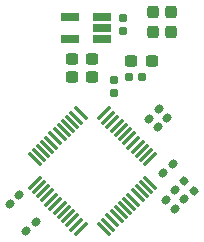
<source format=gbr>
%TF.GenerationSoftware,KiCad,Pcbnew,(6.0.0-0)*%
%TF.CreationDate,2022-01-12T16:50:32+09:00*%
%TF.ProjectId,ADAU1701-RPPico-module,41444155-3137-4303-912d-52505069636f,B*%
%TF.SameCoordinates,Original*%
%TF.FileFunction,Paste,Top*%
%TF.FilePolarity,Positive*%
%FSLAX46Y46*%
G04 Gerber Fmt 4.6, Leading zero omitted, Abs format (unit mm)*
G04 Created by KiCad (PCBNEW (6.0.0-0)) date 2022-01-12 16:50:32*
%MOMM*%
%LPD*%
G01*
G04 APERTURE LIST*
G04 Aperture macros list*
%AMRoundRect*
0 Rectangle with rounded corners*
0 $1 Rounding radius*
0 $2 $3 $4 $5 $6 $7 $8 $9 X,Y pos of 4 corners*
0 Add a 4 corners polygon primitive as box body*
4,1,4,$2,$3,$4,$5,$6,$7,$8,$9,$2,$3,0*
0 Add four circle primitives for the rounded corners*
1,1,$1+$1,$2,$3*
1,1,$1+$1,$4,$5*
1,1,$1+$1,$6,$7*
1,1,$1+$1,$8,$9*
0 Add four rect primitives between the rounded corners*
20,1,$1+$1,$2,$3,$4,$5,0*
20,1,$1+$1,$4,$5,$6,$7,0*
20,1,$1+$1,$6,$7,$8,$9,0*
20,1,$1+$1,$8,$9,$2,$3,0*%
G04 Aperture macros list end*
%ADD10RoundRect,0.237500X0.300000X0.237500X-0.300000X0.237500X-0.300000X-0.237500X0.300000X-0.237500X0*%
%ADD11RoundRect,0.155000X-0.155000X0.212500X-0.155000X-0.212500X0.155000X-0.212500X0.155000X0.212500X0*%
%ADD12RoundRect,0.237500X-0.237500X0.300000X-0.237500X-0.300000X0.237500X-0.300000X0.237500X0.300000X0*%
%ADD13RoundRect,0.075000X-0.521491X0.415425X0.415425X-0.521491X0.521491X-0.415425X-0.415425X0.521491X0*%
%ADD14RoundRect,0.075000X-0.521491X-0.415425X-0.415425X-0.521491X0.521491X0.415425X0.415425X0.521491X0*%
%ADD15RoundRect,0.155000X0.040659X0.259862X-0.259862X-0.040659X-0.040659X-0.259862X0.259862X0.040659X0*%
%ADD16RoundRect,0.155000X0.155000X-0.212500X0.155000X0.212500X-0.155000X0.212500X-0.155000X-0.212500X0*%
%ADD17R,1.560000X0.650000*%
%ADD18RoundRect,0.155000X-0.040659X-0.259862X0.259862X0.040659X0.040659X0.259862X-0.259862X-0.040659X0*%
%ADD19RoundRect,0.237500X-0.300000X-0.237500X0.300000X-0.237500X0.300000X0.237500X-0.300000X0.237500X0*%
%ADD20RoundRect,0.160000X-0.252791X0.026517X0.026517X-0.252791X0.252791X-0.026517X-0.026517X0.252791X0*%
%ADD21RoundRect,0.155000X0.212500X0.155000X-0.212500X0.155000X-0.212500X-0.155000X0.212500X-0.155000X0*%
G04 APERTURE END LIST*
D10*
%TO.C,C11*%
X137362500Y-63800000D03*
X135637500Y-63800000D03*
%TD*%
D11*
%TO.C,C18*%
X140000000Y-58800000D03*
X140000000Y-59935000D03*
%TD*%
D12*
%TO.C,C6*%
X144100000Y-58337500D03*
X144100000Y-60062500D03*
%TD*%
D13*
%TO.C,U1*%
X136401212Y-66912124D03*
X136047658Y-67265678D03*
X135694105Y-67619231D03*
X135340551Y-67972785D03*
X134986998Y-68326338D03*
X134633445Y-68679891D03*
X134279891Y-69033445D03*
X133926338Y-69386998D03*
X133572785Y-69740551D03*
X133219231Y-70094105D03*
X132865678Y-70447658D03*
X132512124Y-70801212D03*
D14*
X132512124Y-72798788D03*
X132865678Y-73152342D03*
X133219231Y-73505895D03*
X133572785Y-73859449D03*
X133926338Y-74213002D03*
X134279891Y-74566555D03*
X134633445Y-74920109D03*
X134986998Y-75273662D03*
X135340551Y-75627215D03*
X135694105Y-75980769D03*
X136047658Y-76334322D03*
X136401212Y-76687876D03*
D13*
X138398788Y-76687876D03*
X138752342Y-76334322D03*
X139105895Y-75980769D03*
X139459449Y-75627215D03*
X139813002Y-75273662D03*
X140166555Y-74920109D03*
X140520109Y-74566555D03*
X140873662Y-74213002D03*
X141227215Y-73859449D03*
X141580769Y-73505895D03*
X141934322Y-73152342D03*
X142287876Y-72798788D03*
D14*
X142287876Y-70801212D03*
X141934322Y-70447658D03*
X141580769Y-70094105D03*
X141227215Y-69740551D03*
X140873662Y-69386998D03*
X140520109Y-69033445D03*
X140166555Y-68679891D03*
X139813002Y-68326338D03*
X139459449Y-67972785D03*
X139105895Y-67619231D03*
X138752342Y-67265678D03*
X138398788Y-66912124D03*
%TD*%
D15*
%TO.C,C16*%
X143730883Y-67279117D03*
X142928317Y-68081683D03*
%TD*%
D12*
%TO.C,C5*%
X142494000Y-58337500D03*
X142494000Y-60062500D03*
%TD*%
D16*
%TO.C,C9*%
X139200000Y-65200000D03*
X139200000Y-64065000D03*
%TD*%
D10*
%TO.C,C3*%
X142425000Y-62500000D03*
X140700000Y-62500000D03*
%TD*%
D17*
%TO.C,U2*%
X138250000Y-60650000D03*
X138250000Y-59700000D03*
X138250000Y-58750000D03*
X135550000Y-58750000D03*
X135550000Y-60650000D03*
%TD*%
D18*
%TO.C,C7*%
X144201283Y-71198717D03*
X143398717Y-72001283D03*
%TD*%
D15*
%TO.C,C8*%
X132601283Y-76098717D03*
X131798717Y-76901283D03*
%TD*%
D18*
%TO.C,C12*%
X130408717Y-74602566D03*
X131211283Y-73800000D03*
%TD*%
%TO.C,C2*%
X143608717Y-74221283D03*
X144411283Y-73418717D03*
%TD*%
D19*
%TO.C,C19*%
X135637500Y-62300000D03*
X137362500Y-62300000D03*
%TD*%
D15*
%TO.C,C14*%
X143014566Y-66573034D03*
X142212000Y-67375600D03*
%TD*%
D20*
%TO.C,R1*%
X145177504Y-72677504D03*
X146022496Y-73522496D03*
%TD*%
D18*
%TO.C,C1*%
X144378717Y-74991283D03*
X145181283Y-74188717D03*
%TD*%
D21*
%TO.C,C4*%
X141635000Y-63800000D03*
X140500000Y-63800000D03*
%TD*%
M02*

</source>
